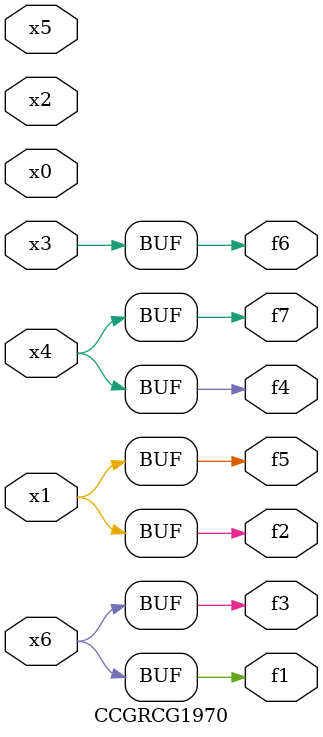
<source format=v>
module CCGRCG1970(
	input x0, x1, x2, x3, x4, x5, x6,
	output f1, f2, f3, f4, f5, f6, f7
);
	assign f1 = x6;
	assign f2 = x1;
	assign f3 = x6;
	assign f4 = x4;
	assign f5 = x1;
	assign f6 = x3;
	assign f7 = x4;
endmodule

</source>
